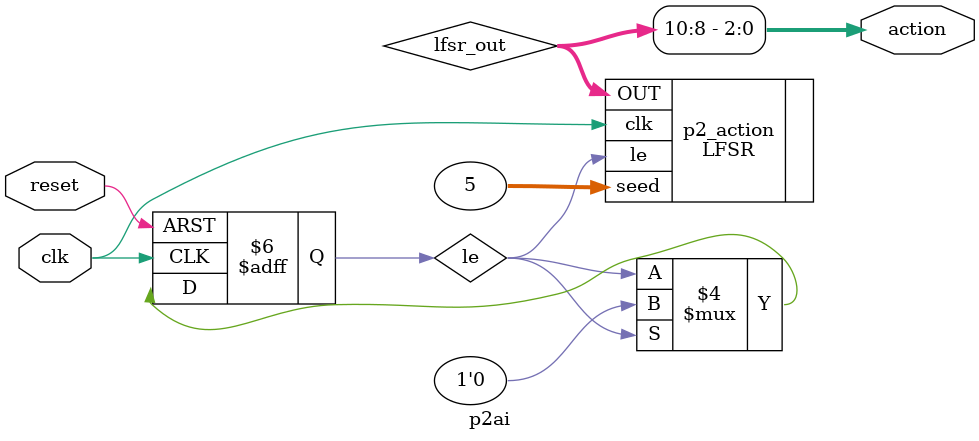
<source format=v>
module p2ai #(parameter SEED = 5)(
	input clk,
	input reset,
	output [2:0] action
);
	reg le;
	wire [15:0] lfsr_out;
	assign action = lfsr_out[10:8]; // middle 3 bit slice

	initial begin
		le = 1'b1;
	end

	always @(posedge clk or posedge reset) begin
		if (reset) le<=1'b1;
		else if (le) le <= 1'b0;
	end

	// seed: any number between 1 - 65535
	// for more randomness stay away from powers of two

	LFSR p2_action (
		.clk(clk),
		.seed(SEED),
		.le(le),
		.OUT(lfsr_out)
	);

endmodule
</source>
